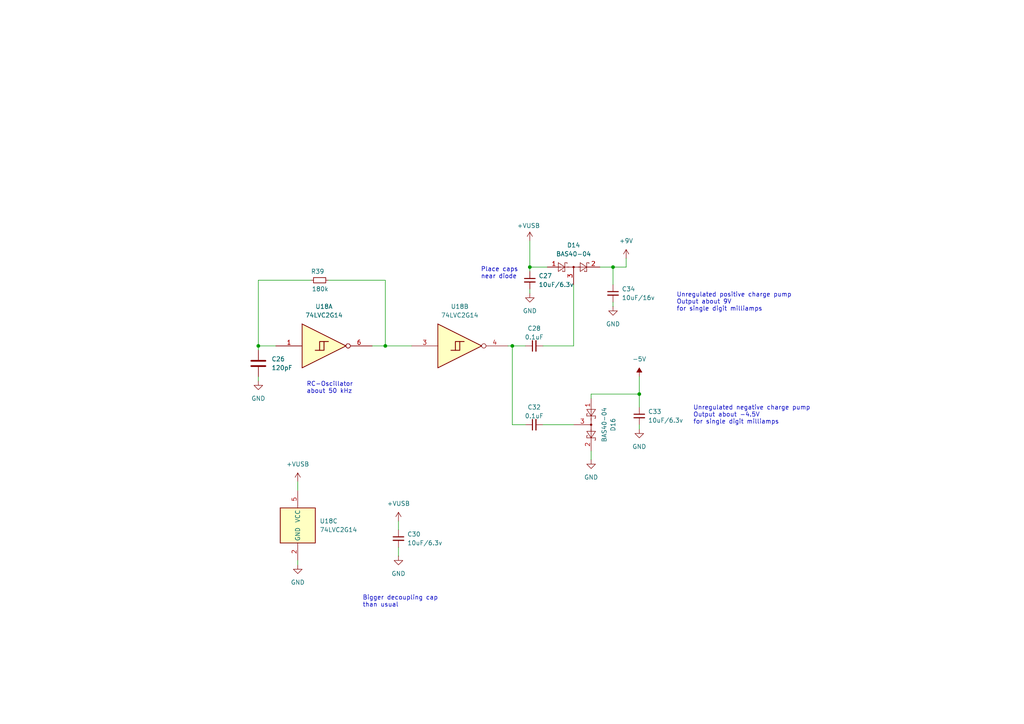
<source format=kicad_sch>
(kicad_sch (version 20250114) (generator "eeschema") (generator_version "9.0")
  (paper "A4")
  (lib_symbols
    (symbol "74xGxx:74LVC2G14"
      (property "Reference" "U" (at 0 7.62 0))
      (property "Value" "74LVC2G14" (at 2.54 -7.62 0))
      (symbol "74LVC2G14_1_1"
        (polyline (pts (xy -7.62 6.35) (xy -7.62 -6.35) (xy 5.08 0) (xy -7.62 6.35)) (stroke (width 0.254)) (fill (type background)))
        (polyline (pts (xy -3.81 -1.27) (xy -2.54 -1.27) (xy -2.54 1.27) (xy 0 1.27)) (stroke (width 0.254)) (fill (type background)))
        (polyline (pts (xy -2.54 -1.27) (xy -1.27 -1.27) (xy -1.27 1.27)) (stroke (width 0.254)) (fill (type background)))
        (pin input line (at -15.24 0 0) (length 7.62) (name "~") (number "1"))
        (pin output inverted (at 12.7 0 180) (length 7.62) (name "~") (number "6"))
      )
      (symbol "74LVC2G14_2_1"
        (polyline (pts (xy -7.62 6.35) (xy -7.62 -6.35) (xy 5.08 0) (xy -7.62 6.35)) (stroke (width 0.254)) (fill (type background)))
        (polyline (pts (xy -3.81 -1.27) (xy -2.54 -1.27) (xy -2.54 1.27) (xy 0 1.27)) (stroke (width 0.254)) (fill (type background)))
        (polyline (pts (xy -2.54 -1.27) (xy -1.27 -1.27) (xy -1.27 1.27)) (stroke (width 0.254)) (fill (type background)))
        (pin input line (at -15.24 0 0) (length 7.62) (name "~") (number "3"))
        (pin output inverted (at 12.7 0 180) (length 7.62) (name "~") (number "4"))
      )
      (symbol "74LVC2G14_3_0"
        (rectangle (start -5.08 -5.08) (end 5.08 5.08) (stroke (width 0.254)) (fill (type background)))
      )
      (symbol "74LVC2G14_3_1"
        (pin power_in line (at 0 10.16 270) (length 5.08) (name "VCC") (number "5"))
        (pin power_in line (at 0 -10.16 90) (length 5.08) (name "GND") (number "2"))
      )
    )
    (symbol "Device:C" (pin_numbers (hide yes)) (pin_names (offset 0.254))
      (property "Reference" "C" (at 0.635 2.54 0))
      (property "Value" "C" (at 0.635 -2.54 0))
      (symbol "C_0_1"
        (polyline (pts (xy -2.032 0.762) (xy 2.032 0.762)) (stroke (width 0.508)))
        (polyline (pts (xy -2.032 -0.762) (xy 2.032 -0.762)) (stroke (width 0.508)))
      )
      (symbol "C_1_1"
        (pin passive line (at 0 3.81 270) (length 2.794) (name "~") (number "1"))
        (pin passive line (at 0 -3.81 90) (length 2.794) (name "~") (number "2"))
      )
    )
    (symbol "Device:C_Small" (pin_numbers (hide yes)) (pin_names (offset 0.254) (hide yes))
      (property "Reference" "C" (at 0.254 1.778 0))
      (property "Value" "C_Small" (at 0.254 -2.032 0))
      (symbol "C_Small_0_1"
        (polyline (pts (xy -1.524 0.508) (xy 1.524 0.508)) (stroke (width 0.3048)))
        (polyline (pts (xy -1.524 -0.508) (xy 1.524 -0.508)) (stroke (width 0.3302)))
      )
      (symbol "C_Small_1_1"
        (pin passive line (at 0 2.54 270) (length 2.032) (name "~") (number "1"))
        (pin passive line (at 0 -2.54 90) (length 2.032) (name "~") (number "2"))
      )
    )
    (symbol "Device:R_Small" (pin_numbers (hide yes)) (pin_names (offset 0.254) (hide yes))
      (property "Reference" "R" (at 0.762 0.508 0))
      (property "Value" "R_Small" (at 0.762 -1.016 0))
      (symbol "R_Small_0_1"
        (rectangle (start -0.762 1.778) (end 0.762 -1.778) (stroke (width 0.2032)))
      )
      (symbol "R_Small_1_1"
        (pin passive line (at 0 2.54 270) (length 0.762) (name "~") (number "1"))
        (pin passive line (at 0 -2.54 90) (length 0.762) (name "~") (number "2"))
      )
    )
    (symbol "Diode:BAS40-04" (pin_names (offset 1.016))
      (property "Reference" "D" (at 0.635 -1.27 0))
      (property "Value" "BAS40-04" (at -6.35 5.715 0))
      (symbol "BAS40-04_0_1"
        (polyline (pts (xy -4.445 3.81) (xy -4.445 1.27) (xy -2.54 2.54) (xy -4.445 3.81)))
        (polyline (pts (xy -3.81 2.54) (xy -1.27 2.54)))
        (polyline (pts (xy -3.175 1.27) (xy -3.175 1.524)))
        (polyline (pts (xy -2.54 3.81) (xy -1.905 3.81)))
        (polyline (pts (xy -2.54 1.27) (xy -3.175 1.27)))
        (polyline (pts (xy -2.54 1.27) (xy -2.54 3.81)))
        (polyline (pts (xy -1.905 3.81) (xy -1.905 3.556)))
        (polyline (pts (xy -1.905 2.54) (xy 1.905 2.54)))
        (circle (center 0 2.54) (radius 0.254) (fill (type outline)))
        (polyline (pts (xy 1.27 2.54) (xy 3.81 2.54)))
        (polyline (pts (xy 1.905 3.81) (xy 1.905 1.27) (xy 3.81 2.54) (xy 1.905 3.81)))
        (polyline (pts (xy 3.175 1.27) (xy 3.175 1.524)))
        (polyline (pts (xy 3.81 3.81) (xy 4.445 3.81)))
        (polyline (pts (xy 3.81 1.27) (xy 3.175 1.27)))
        (polyline (pts (xy 3.81 1.27) (xy 3.81 3.81)))
        (polyline (pts (xy 4.445 3.81) (xy 4.445 3.556)))
      )
      (symbol "BAS40-04_1_1"
        (pin passive line (at -7.62 2.54 0) (length 3.81) (name "~") (number "1"))
        (pin passive line (at 0 -2.54 90) (length 5.08) (name "~") (number "3"))
        (pin passive line (at 7.62 2.54 180) (length 3.81) (name "~") (number "2"))
      )
    )
    (symbol "GND_10" (power) (pin_numbers (hide yes)) (pin_names (offset 0) (hide yes))
      (property "Value" "GND" (at 0 -3.81 0))
      (symbol "GND_10_0_1"
        (polyline (pts (xy 0 0) (xy 0 -1.27) (xy 1.27 -1.27) (xy 0 -2.54) (xy -1.27 -1.27) (xy 0 -1.27)))
      )
      (symbol "GND_10_1_1"
        (pin power_in line (at 0 0 270) (length 0) (name "~") (number "1"))
      )
    )
    (symbol "GND_8" (power) (pin_numbers (hide yes)) (pin_names (offset 0) (hide yes))
      (property "Value" "GND" (at 0 -3.81 0))
      (symbol "GND_8_0_1"
        (polyline (pts (xy 0 0) (xy 0 -1.27) (xy 1.27 -1.27) (xy 0 -2.54) (xy -1.27 -1.27) (xy 0 -1.27)))
      )
      (symbol "GND_8_1_1"
        (pin power_in line (at 0 0 270) (length 0) (name "~") (number "1"))
      )
    )
    (symbol "GND_9" (power) (pin_numbers (hide yes)) (pin_names (offset 0) (hide yes))
      (property "Value" "GND" (at 0 -3.81 0))
      (symbol "GND_9_0_1"
        (polyline (pts (xy 0 0) (xy 0 -1.27) (xy 1.27 -1.27) (xy 0 -2.54) (xy -1.27 -1.27) (xy 0 -1.27)))
      )
      (symbol "GND_9_1_1"
        (pin power_in line (at 0 0 270) (length 0) (name "~") (number "1"))
      )
    )
    (symbol "dp-power:+VUSB" (power) (pin_names (offset 1.016))
      (property "Value" "+VUSB" (at 0 5.08 0))
      (symbol "+VUSB_0_1"
        (polyline (pts (xy 0 2.54) (xy -0.762 1.27)))
        (polyline (pts (xy 0 2.54) (xy 0.762 1.27)))
        (polyline (pts (xy 0 0) (xy 0 2.54)))
      )
      (symbol "+VUSB_1_1"
        (pin power_in line (at 0 0 90) (length 0) (hide yes) (name "+VUSB") (number "1"))
      )
    )
    (symbol "power:+9V" (power) (pin_numbers (hide yes)) (pin_names (offset 0) (hide yes))
      (property "Value" "+9V" (at 0 3.556 0))
      (symbol "+9V_0_1"
        (polyline (pts (xy -0.762 1.27) (xy 0 2.54)))
        (polyline (pts (xy 0 2.54) (xy 0.762 1.27)))
        (polyline (pts (xy 0 0) (xy 0 2.54)))
      )
      (symbol "+9V_1_1"
        (pin power_in line (at 0 0 90) (length 0) (name "~") (number "1"))
      )
    )
    (symbol "power:-5V" (power) (pin_numbers (hide yes)) (pin_names (offset 0) (hide yes))
      (property "Value" "-5V" (at 0 3.556 0))
      (symbol "-5V_0_0"
        (pin power_in line (at 0 0 90) (length 0) (name "~") (number "1"))
      )
      (symbol "-5V_0_1"
        (polyline (pts (xy 0 0) (xy 0 1.27) (xy 0.762 1.27) (xy 0 2.54) (xy -0.762 1.27) (xy 0 1.27)) (fill (type outline)))
      )
    )
    (symbol "power:GND" (power) (pin_numbers (hide yes)) (pin_names (offset 0) (hide yes))
      (property "Value" "GND" (at 0 -3.81 0))
      (symbol "GND_0_1"
        (polyline (pts (xy 0 0) (xy 0 -1.27) (xy 1.27 -1.27) (xy 0 -2.54) (xy -1.27 -1.27) (xy 0 -1.27)))
      )
      (symbol "GND_1_1"
        (pin power_in line (at 0 0 270) (length 0) (name "~") (number "1"))
      )
    )
  )
  (text "Bigger decoupling cap\nthan usual" (at 105.156 174.498 0) (effects (font (size 1.27 1.27)) (justify left)))
  (text "Place caps\nnear diode" (at 139.446 79.248 0) (effects (font (size 1.27 1.27) (thickness 0.1588)) (justify left)))
  (text "Unregulated positive charge pump\nOutput about 9V\nfor single digit milliamps" (at 196.215 87.63 0) (effects (font (size 1.27 1.27)) (justify left)))
  (text "Unregulated negative charge pump\nOutput about -4.5V\nfor single digit milliamps" (at 201.041 120.396 0) (effects (font (size 1.27 1.27)) (justify left)))
  (text "RC-Oscillator\nabout 50 kHz" (at 88.9 112.522 0) (effects (font (size 1.27 1.27)) (justify left)))
  (junction (at 74.93 100.33))
  (junction (at 111.76 100.33))
  (junction (at 153.67 77.47))
  (junction (at 177.8 77.47))
  (junction (at 148.59 100.33))
  (junction (at 185.42 114.3))
  (wire (pts (xy 148.59 123.19) (xy 152.4 123.19)))
  (wire (pts (xy 177.8 77.47) (xy 173.99 77.47)))
  (wire (pts (xy 166.37 100.33) (xy 166.37 82.55)))
  (wire (pts (xy 95.25 81.28) (xy 111.76 81.28)))
  (wire (pts (xy 74.93 81.28) (xy 74.93 100.33)))
  (wire (pts (xy 177.8 82.55) (xy 177.8 77.47)))
  (wire (pts (xy 177.8 88.9) (xy 177.8 87.63)))
  (wire (pts (xy 185.42 114.3) (xy 185.42 118.11)))
  (wire (pts (xy 148.59 123.19) (xy 148.59 100.33)))
  (wire (pts (xy 153.67 69.85) (xy 153.67 77.47)))
  (wire (pts (xy 153.67 77.47) (xy 153.67 78.74)))
  (wire (pts (xy 86.36 162.56) (xy 86.36 163.83)))
  (wire (pts (xy 74.93 100.33) (xy 74.93 101.6)))
  (wire (pts (xy 111.76 81.28) (xy 111.76 100.33)))
  (wire (pts (xy 185.42 124.46) (xy 185.42 123.19)))
  (wire (pts (xy 147.32 100.33) (xy 148.59 100.33)))
  (wire (pts (xy 80.01 100.33) (xy 74.93 100.33)))
  (wire (pts (xy 74.93 81.28) (xy 90.17 81.28)))
  (wire (pts (xy 185.42 114.3) (xy 185.42 109.22)))
  (wire (pts (xy 153.67 83.82) (xy 153.67 85.09)))
  (wire (pts (xy 153.67 77.47) (xy 158.75 77.47)))
  (wire (pts (xy 157.48 123.19) (xy 166.37 123.19)))
  (wire (pts (xy 115.57 158.75) (xy 115.57 161.29)))
  (wire (pts (xy 86.36 139.7) (xy 86.36 142.24)))
  (wire (pts (xy 111.76 100.33) (xy 119.38 100.33)))
  (wire (pts (xy 157.48 100.33) (xy 166.37 100.33)))
  (wire (pts (xy 171.45 115.57) (xy 171.45 114.3)))
  (wire (pts (xy 148.59 100.33) (xy 152.4 100.33)))
  (wire (pts (xy 171.45 130.81) (xy 171.45 133.35)))
  (wire (pts (xy 74.93 109.22) (xy 74.93 110.49)))
  (wire (pts (xy 171.45 114.3) (xy 185.42 114.3)))
  (wire (pts (xy 115.57 151.13) (xy 115.57 153.67)))
  (wire (pts (xy 177.8 77.47) (xy 181.61 77.47)))
  (wire (pts (xy 111.76 100.33) (xy 107.95 100.33)))
  (wire (pts (xy 181.61 77.47) (xy 181.61 74.93)))
  (symbol (lib_id "Device:C_Small") (at 154.94 100.33 90) (unit 1)
    (property "Reference" "C28" (at 154.94 95.25 90))
    (property "Value" "0.1uF" (at 154.94 97.79 90))
    (property "Footprint" "Capacitor_SMD:C_0402_1005Metric" (effects (hide yes)))
    (property "RMB" "0.00628" (effects (hide yes)))
    (property "Supplier" "https://item.szlcsc.com/1877.html" (effects (hide yes)))
  )
  (symbol (lib_name "GND_9") (lib_id "power:GND") (at 74.93 110.49 0) (unit 1)
    (property "Reference" "#PWR0115" (effects (hide yes)))
    (property "Value" "GND" (at 74.93 115.57 0))
    (property "Description" "Power symbol creates a global label with name \"GND\" , ground" (effects (hide yes)))
  )
  (symbol (lib_id "Device:C_Small") (at 115.57 156.21 0) (unit 1)
    (property "Reference" "C30" (at 118.11 154.9462 0) (effects (justify left)))
    (property "Value" "10uF/6.3v" (at 118.11 157.4862 0) (effects (justify left)))
    (property "Footprint" "Capacitor_SMD:C_0402_1005Metric" (effects (hide yes)))
    (property "Description" "CL05A106MQ5NUN" (effects (hide yes)))
    (property "RMB" "0.037726" (effects (hide yes)))
    (property "Supplier" "https://item.szlcsc.com/1877.html" (effects (hide yes)))
    (property "MANUFACTURER" "Samsung" (effects (hide yes)))
  )
  (symbol (lib_id "Device:C_Small") (at 154.94 123.19 90) (unit 1)
    (property "Reference" "C32" (at 154.94 118.11 90))
    (property "Value" "0.1uF" (at 154.94 120.65 90))
    (property "Footprint" "Capacitor_SMD:C_0402_1005Metric" (effects (hide yes)))
    (property "RMB" "0.00628" (effects (hide yes)))
    (property "Supplier" "https://item.szlcsc.com/1877.html" (effects (hide yes)))
  )
  (symbol (lib_id "Device:C") (at 74.93 105.41 0) (unit 1)
    (property "Reference" "C26" (at 78.74 104.1399 0) (effects (justify left)))
    (property "Value" "120pF" (at 78.74 106.6799 0) (effects (justify left)))
    (property "Footprint" "Capacitor_SMD:C_0402_1005Metric" (effects (hide yes)))
    (property "Description" "Unpolarized capacitor" (effects (hide yes)))
  )
  (symbol (lib_id "74xGxx:74LVC2G14") (at 95.25 100.33 0) (unit 1)
    (property "Reference" "U18" (at 93.98 88.9 0))
    (property "Value" "74LVC2G14" (at 93.98 91.44 0))
    (property "Footprint" "Package_TO_SOT_SMD:SOT-363_SC-70-6" (effects (hide yes)))
    (property "Datasheet" "https://www.ti.com/lit/ds/symlink/sn74lvc2g14.pdf" (effects (hide yes)))
    (property "Description" "Dual NOT Gate, Schmitt Triggered, Low-Voltage CMOS" (effects (hide yes)))
  )
  (symbol (lib_id "dp-power:+VUSB") (at 115.57 151.13 0) (unit 1)
    (property "Reference" "#PWR0132" (effects (hide yes)))
    (property "Value" "+VUSB" (at 115.57 146.05 0))
  )
  (symbol (lib_id "dp-power:+VUSB") (at 153.67 69.85 0) (unit 1)
    (property "Reference" "#PWR0116" (effects (hide yes)))
    (property "Value" "+VUSB" (at 153.289 65.4558 0))
  )
  (symbol (lib_name "GND_8") (lib_id "power:GND") (at 153.67 85.09 0) (unit 1)
    (property "Reference" "#PWR0117" (effects (hide yes)))
    (property "Value" "GND" (at 153.67 90.17 0))
    (property "Description" "Power symbol creates a global label with name \"GND\" , ground" (effects (hide yes)))
  )
  (symbol (lib_id "Device:C_Small") (at 185.42 120.65 0) (unit 1)
    (property "Reference" "C33" (at 187.96 119.3862 0) (effects (justify left)))
    (property "Value" "10uF/6.3v" (at 187.96 121.9262 0) (effects (justify left)))
    (property "Footprint" "Capacitor_SMD:C_0402_1005Metric" (effects (hide yes)))
    (property "Description" "CL05A106MQ5NUN" (effects (hide yes)))
    (property "RMB" "0.037726" (effects (hide yes)))
    (property "Supplier" "https://item.szlcsc.com/1877.html" (effects (hide yes)))
    (property "MANUFACTURER" "Samsung" (effects (hide yes)))
  )
  (symbol (lib_id "74xGxx:74LVC2G14") (at 134.62 100.33 0) (unit 2)
    (property "Reference" "U18" (at 133.35 88.9 0))
    (property "Value" "74LVC2G14" (at 133.35 91.44 0))
    (property "Footprint" "Package_TO_SOT_SMD:SOT-363_SC-70-6" (effects (hide yes)))
    (property "Datasheet" "https://www.ti.com/lit/ds/symlink/sn74lvc2g14.pdf" (effects (hide yes)))
    (property "Description" "Dual NOT Gate, Schmitt Triggered, Low-Voltage CMOS" (effects (hide yes)))
  )
  (symbol (lib_id "Device:C_Small") (at 177.8 85.09 0) (unit 1)
    (property "Reference" "C34" (at 180.34 83.8262 0) (effects (justify left)))
    (property "Value" "10uF/16v" (at 180.34 86.3662 0) (effects (justify left)))
    (property "Footprint" "Capacitor_SMD:C_0805_2012Metric" (effects (hide yes)))
    (property "Description" "CL21B106KOQNNNE" (effects (hide yes)))
    (property "RMB" "0.037726" (effects (hide yes)))
    (property "Supplier" "https://item.szlcsc.com/1877.html" (effects (hide yes)))
    (property "MANUFACTURER" "Samsung" (effects (hide yes)))
  )
  (symbol (lib_name "GND_10") (lib_id "power:GND") (at 177.8 88.9 0) (unit 1)
    (property "Reference" "#PWR0119" (effects (hide yes)))
    (property "Value" "GND" (at 177.8 93.98 0))
    (property "Description" "Power symbol creates a global label with name \"GND\" , ground" (effects (hide yes)))
  )
  (symbol (lib_id "Diode:BAS40-04") (at 168.91 123.19 270) (unit 1)
    (property "Reference" "D16" (at 177.8 123.19 0))
    (property "Value" "BAS40-04" (at 175.26 123.19 0))
    (property "Footprint" "Package_TO_SOT_SMD:SOT-523" (effects (hide yes)))
    (property "Datasheet" "http://www.vishay.com/docs/85701/bas40v.pdf" (effects (hide yes)))
    (property "Description" "40V 0.2A Dual Small Signal Schottky Diodes" (effects (hide yes)))
  )
  (symbol (lib_id "power:+9V") (at 181.61 74.93 0) (unit 1)
    (property "Reference" "#PWR0120" (effects (hide yes)))
    (property "Value" "+9V" (at 181.61 69.85 0))
    (property "Description" "Power symbol creates a global label with name \"+9V\"" (effects (hide yes)))
  )
  (symbol (lib_id "power:GND") (at 171.45 133.35 0) (unit 1)
    (property "Reference" "#PWR0139" (effects (hide yes)))
    (property "Value" "GND" (at 171.45 138.43 0))
    (property "Description" "Power symbol creates a global label with name \"GND\" , ground" (effects (hide yes)))
  )
  (symbol (lib_name "GND_8") (lib_id "power:GND") (at 115.57 161.29 0) (unit 1)
    (property "Reference" "#PWR0133" (effects (hide yes)))
    (property "Value" "GND" (at 115.57 166.37 0))
    (property "Description" "Power symbol creates a global label with name \"GND\" , ground" (effects (hide yes)))
  )
  (symbol (lib_name "GND_8") (lib_id "power:GND") (at 86.36 163.83 0) (unit 1)
    (property "Reference" "#PWR0128" (effects (hide yes)))
    (property "Value" "GND" (at 86.36 168.91 0))
    (property "Description" "Power symbol creates a global label with name \"GND\" , ground" (effects (hide yes)))
  )
  (symbol (lib_id "Device:C_Small") (at 153.67 81.28 0) (unit 1)
    (property "Reference" "C27" (at 156.21 80.0162 0) (effects (justify left)))
    (property "Value" "10uF/6.3v" (at 156.21 82.5562 0) (effects (justify left)))
    (property "Footprint" "Capacitor_SMD:C_0402_1005Metric" (effects (hide yes)))
    (property "Description" "CL05A106MQ5NUN" (effects (hide yes)))
    (property "RMB" "0.037726" (effects (hide yes)))
    (property "Supplier" "https://item.szlcsc.com/1877.html" (effects (hide yes)))
    (property "MANUFACTURER" "Samsung" (effects (hide yes)))
  )
  (symbol (lib_name "GND_10") (lib_id "power:GND") (at 185.42 124.46 0) (unit 1)
    (property "Reference" "#PWR0141" (effects (hide yes)))
    (property "Value" "GND" (at 185.42 129.54 0))
    (property "Description" "Power symbol creates a global label with name \"GND\" , ground" (effects (hide yes)))
  )
  (symbol (lib_id "dp-power:+VUSB") (at 86.36 139.7 0) (unit 1)
    (property "Reference" "#PWR0121" (effects (hide yes)))
    (property "Value" "+VUSB" (at 86.36 134.62 0))
  )
  (symbol (lib_id "power:-5V") (at 185.42 109.22 0) (unit 1)
    (property "Reference" "#PWR0140" (effects (hide yes)))
    (property "Value" "-5V" (at 185.42 104.14 0))
    (property "Description" "Power symbol creates a global label with name \"-5V\"" (effects (hide yes)))
  )
  (symbol (lib_id "74xGxx:74LVC2G14") (at 86.36 152.4 0) (unit 3)
    (property "Reference" "U18" (at 92.71 151.1299 0) (effects (justify left)))
    (property "Value" "74LVC2G14" (at 92.71 153.6699 0) (effects (justify left)))
    (property "Footprint" "Package_TO_SOT_SMD:SOT-363_SC-70-6" (effects (hide yes)))
    (property "Datasheet" "https://www.ti.com/lit/ds/symlink/sn74lvc2g14.pdf" (effects (hide yes)))
    (property "Description" "Dual NOT Gate, Schmitt Triggered, Low-Voltage CMOS" (effects (hide yes)))
  )
  (symbol (lib_id "Diode:BAS40-04") (at 166.37 80.01 0) (unit 1)
    (property "Reference" "D14" (at 166.37 71.12 0))
    (property "Value" "BAS40-04" (at 166.37 73.66 0))
    (property "Footprint" "Package_TO_SOT_SMD:SOT-523" (effects (hide yes)))
    (property "Datasheet" "http://www.vishay.com/docs/85701/bas40v.pdf" (effects (hide yes)))
    (property "Description" "40V 0.2A Dual Small Signal Schottky Diodes" (effects (hide yes)))
  )
  (symbol (lib_id "Device:R_Small") (at 92.71 81.28 90) (unit 1)
    (property "Reference" "R39" (at 90.17 78.74 90) (effects (justify right)))
    (property "Value" "180k" (at 90.424 83.82 90) (effects (justify right)))
    (property "Footprint" "Resistor_SMD:R_0402_1005Metric" (effects (hide yes)))
    (property "RMB" "0.005622" (effects (hide yes)))
    (property "Supplier" "https://item.szlcsc.com/107450.html" (effects (hide yes)))
  )
)
</source>
